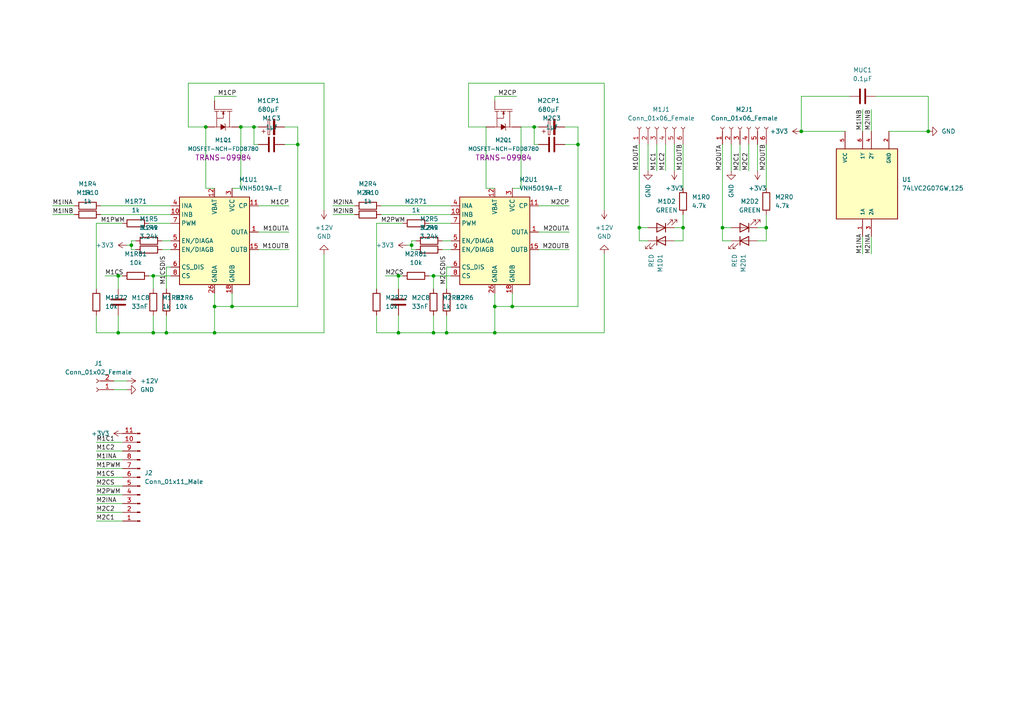
<source format=kicad_sch>
(kicad_sch (version 20211123) (generator eeschema)
  (paper "A4")
  (title_block (title "Layer 1 — Drive") (date "2022-02-02") (rev "0.2"))
  (lib_symbols
    (symbol "74LVC2G07GW_125:74LVC2G07GW,125" (pin_names (offset 1.016))
      (property "Reference" "U" (at -10.16 10.668 0))
      (property "Value" "74LVC2G07GW,125" (at -10.1854 -10.6934 0))
      (symbol "74LVC2G07GW,125_0_0"
        (rectangle (start -10.16 -7.62) (end 10.16 10.16) (stroke (width 0.254)) (fill (type background)))
        (pin input line (at -15.24 2.54 0) (length 5.08) (name "1A") (number "1"))
        (pin power_in line (at 15.24 -5.08 180) (length 5.08) (name "GND") (number "2"))
        (pin input line (at -15.24 0 0) (length 5.08) (name "2A") (number "3"))
        (pin output line (at 15.24 0 180) (length 5.08) (name "2Y") (number "4"))
        (pin power_in line (at 15.24 7.62 180) (length 5.08) (name "VCC") (number "5"))
        (pin output line (at 15.24 2.54 180) (length 5.08) (name "1Y") (number "6"))
      )
    )
    (symbol "Connector:Conn_01x02_Female" (pin_names (offset 1.016) hide)
      (property "Reference" "J" (at 0 2.54 0))
      (property "Value" "Conn_01x02_Female" (at 0 -5.08 0))
      (symbol "Conn_01x02_Female_1_1"
        (arc (start 0 -2.032) (mid -0.508 -2.54) (end 0 -3.048) (stroke (width 0.1524)))
        (polyline (pts (xy -1.27 -2.54) (xy -0.508 -2.54)) (stroke (width 0.1524)))
        (polyline (pts (xy -1.27 0) (xy -0.508 0)) (stroke (width 0.1524)))
        (arc (start 0 0.508) (mid -0.508 0) (end 0 -0.508) (stroke (width 0.1524)))
        (pin passive line (at -5.08 0 0) (length 3.81) (name "Pin_1") (number "1"))
        (pin passive line (at -5.08 -2.54 0) (length 3.81) (name "Pin_2") (number "2"))
      )
    )
    (symbol "Connector:Conn_01x06_Female" (pin_names (offset 1.016) hide)
      (property "Reference" "J" (at 0 7.62 0))
      (property "Value" "Conn_01x06_Female" (at 0 -10.16 0))
      (symbol "Conn_01x06_Female_1_1"
        (arc (start 0 -7.112) (mid -0.508 -7.62) (end 0 -8.128) (stroke (width 0.1524)))
        (arc (start 0 -4.572) (mid -0.508 -5.08) (end 0 -5.588) (stroke (width 0.1524)))
        (arc (start 0 -2.032) (mid -0.508 -2.54) (end 0 -3.048) (stroke (width 0.1524)))
        (polyline (pts (xy -1.27 -7.62) (xy -0.508 -7.62)) (stroke (width 0.1524)))
        (polyline (pts (xy -1.27 -5.08) (xy -0.508 -5.08)) (stroke (width 0.1524)))
        (polyline (pts (xy -1.27 -2.54) (xy -0.508 -2.54)) (stroke (width 0.1524)))
        (polyline (pts (xy -1.27 0) (xy -0.508 0)) (stroke (width 0.1524)))
        (polyline (pts (xy -1.27 2.54) (xy -0.508 2.54)) (stroke (width 0.1524)))
        (polyline (pts (xy -1.27 5.08) (xy -0.508 5.08)) (stroke (width 0.1524)))
        (arc (start 0 0.508) (mid -0.508 0) (end 0 -0.508) (stroke (width 0.1524)))
        (arc (start 0 3.048) (mid -0.508 2.54) (end 0 2.032) (stroke (width 0.1524)))
        (arc (start 0 5.588) (mid -0.508 5.08) (end 0 4.572) (stroke (width 0.1524)))
        (pin passive line (at -5.08 5.08 0) (length 3.81) (name "Pin_1") (number "1"))
        (pin passive line (at -5.08 2.54 0) (length 3.81) (name "Pin_2") (number "2"))
        (pin passive line (at -5.08 0 0) (length 3.81) (name "Pin_3") (number "3"))
        (pin passive line (at -5.08 -2.54 0) (length 3.81) (name "Pin_4") (number "4"))
        (pin passive line (at -5.08 -5.08 0) (length 3.81) (name "Pin_5") (number "5"))
        (pin passive line (at -5.08 -7.62 0) (length 3.81) (name "Pin_6") (number "6"))
      )
    )
    (symbol "Connector:Conn_01x11_Male" (pin_names (offset 1.016) hide)
      (property "Reference" "J" (at 0 15.24 0))
      (property "Value" "Conn_01x11_Male" (at 0 -15.24 0))
      (symbol "Conn_01x11_Male_1_1"
        (polyline (pts (xy 1.27 -12.7) (xy 0.8636 -12.7)) (stroke (width 0.1524)))
        (polyline (pts (xy 1.27 -10.16) (xy 0.8636 -10.16)) (stroke (width 0.1524)))
        (polyline (pts (xy 1.27 -7.62) (xy 0.8636 -7.62)) (stroke (width 0.1524)))
        (polyline (pts (xy 1.27 -5.08) (xy 0.8636 -5.08)) (stroke (width 0.1524)))
        (polyline (pts (xy 1.27 -2.54) (xy 0.8636 -2.54)) (stroke (width 0.1524)))
        (polyline (pts (xy 1.27 0) (xy 0.8636 0)) (stroke (width 0.1524)))
        (polyline (pts (xy 1.27 2.54) (xy 0.8636 2.54)) (stroke (width 0.1524)))
        (polyline (pts (xy 1.27 5.08) (xy 0.8636 5.08)) (stroke (width 0.1524)))
        (polyline (pts (xy 1.27 7.62) (xy 0.8636 7.62)) (stroke (width 0.1524)))
        (polyline (pts (xy 1.27 10.16) (xy 0.8636 10.16)) (stroke (width 0.1524)))
        (polyline (pts (xy 1.27 12.7) (xy 0.8636 12.7)) (stroke (width 0.1524)))
        (rectangle (start 0.8636 -12.573) (end 0 -12.827) (stroke (width 0.1524)) (fill (type outline)))
        (rectangle (start 0.8636 -10.033) (end 0 -10.287) (stroke (width 0.1524)) (fill (type outline)))
        (rectangle (start 0.8636 -7.493) (end 0 -7.747) (stroke (width 0.1524)) (fill (type outline)))
        (rectangle (start 0.8636 -4.953) (end 0 -5.207) (stroke (width 0.1524)) (fill (type outline)))
        (rectangle (start 0.8636 -2.413) (end 0 -2.667) (stroke (width 0.1524)) (fill (type outline)))
        (rectangle (start 0.8636 0.127) (end 0 -0.127) (stroke (width 0.1524)) (fill (type outline)))
        (rectangle (start 0.8636 2.667) (end 0 2.413) (stroke (width 0.1524)) (fill (type outline)))
        (rectangle (start 0.8636 5.207) (end 0 4.953) (stroke (width 0.1524)) (fill (type outline)))
        (rectangle (start 0.8636 7.747) (end 0 7.493) (stroke (width 0.1524)) (fill (type outline)))
        (rectangle (start 0.8636 10.287) (end 0 10.033) (stroke (width 0.1524)) (fill (type outline)))
        (rectangle (start 0.8636 12.827) (end 0 12.573) (stroke (width 0.1524)) (fill (type outline)))
        (pin passive line (at 5.08 12.7 180) (length 3.81) (name "Pin_1") (number "1"))
        (pin passive line (at 5.08 -10.16 180) (length 3.81) (name "Pin_10") (number "10"))
        (pin passive line (at 5.08 -12.7 180) (length 3.81) (name "Pin_11") (number "11"))
        (pin passive line (at 5.08 10.16 180) (length 3.81) (name "Pin_2") (number "2"))
        (pin passive line (at 5.08 7.62 180) (length 3.81) (name "Pin_3") (number "3"))
        (pin passive line (at 5.08 5.08 180) (length 3.81) (name "Pin_4") (number "4"))
        (pin passive line (at 5.08 2.54 180) (length 3.81) (name "Pin_5") (number "5"))
        (pin passive line (at 5.08 0 180) (length 3.81) (name "Pin_6") (number "6"))
        (pin passive line (at 5.08 -2.54 180) (length 3.81) (name "Pin_7") (number "7"))
        (pin passive line (at 5.08 -5.08 180) (length 3.81) (name "Pin_8") (number "8"))
        (pin passive line (at 5.08 -7.62 180) (length 3.81) (name "Pin_9") (number "9"))
      )
    )
    (symbol "Device:C" (pin_numbers hide) (pin_names (offset 0.254))
      (property "Reference" "C" (at 0.635 2.54 0))
      (property "Value" "C" (at 0.635 -2.54 0))
      (symbol "C_0_1"
        (polyline (pts (xy -2.032 -0.762) (xy 2.032 -0.762)) (stroke (width 0.508)))
        (polyline (pts (xy -2.032 0.762) (xy 2.032 0.762)) (stroke (width 0.508)))
      )
      (symbol "C_1_1"
        (pin passive line (at 0 3.81 270) (length 2.794) (name "~") (number "1"))
        (pin passive line (at 0 -3.81 90) (length 2.794) (name "~") (number "2"))
      )
    )
    (symbol "Device:C_Polarized" (pin_numbers hide) (pin_names (offset 0.254))
      (property "Reference" "C" (at 0.635 2.54 0))
      (property "Value" "C_Polarized" (at 0.635 -2.54 0))
      (symbol "C_Polarized_0_1"
        (rectangle (start -2.286 0.508) (end 2.286 1.016))
        (polyline (pts (xy -1.778 2.286) (xy -0.762 2.286)))
        (polyline (pts (xy -1.27 2.794) (xy -1.27 1.778)))
        (rectangle (start 2.286 -0.508) (end -2.286 -1.016) (fill (type outline)))
      )
      (symbol "C_Polarized_1_1"
        (pin passive line (at 0 3.81 270) (length 2.794) (name "~") (number "1"))
        (pin passive line (at 0 -3.81 90) (length 2.794) (name "~") (number "2"))
      )
    )
    (symbol "Device:LED" (pin_numbers hide) (pin_names (offset 1.016) hide)
      (property "Reference" "D" (at 0 2.54 0))
      (property "Value" "LED" (at 0 -2.54 0))
      (symbol "LED_0_1"
        (polyline (pts (xy -1.27 -1.27) (xy -1.27 1.27)) (stroke (width 0.254)))
        (polyline (pts (xy -1.27 0) (xy 1.27 0)))
        (polyline (pts (xy 1.27 -1.27) (xy 1.27 1.27) (xy -1.27 0) (xy 1.27 -1.27)) (stroke (width 0.254)))
        (polyline (pts (xy -3.048 -0.762) (xy -4.572 -2.286) (xy -3.81 -2.286) (xy -4.572 -2.286) (xy -4.572 -1.524)))
        (polyline (pts (xy -1.778 -0.762) (xy -3.302 -2.286) (xy -2.54 -2.286) (xy -3.302 -2.286) (xy -3.302 -1.524)))
      )
      (symbol "LED_1_1"
        (pin passive line (at -3.81 0 0) (length 2.54) (name "K") (number "1"))
        (pin passive line (at 3.81 0 180) (length 2.54) (name "A") (number "2"))
      )
    )
    (symbol "Device:R" (pin_numbers hide) (pin_names (offset 0))
      (property "Reference" "R" (at 2.032 0 90))
      (property "Value" "R" (at 0 0 90))
      (symbol "R_0_1"
        (rectangle (start -1.016 -2.54) (end 1.016 2.54) (stroke (width 0.254)))
      )
      (symbol "R_1_1"
        (pin passive line (at 0 3.81 270) (length 1.27) (name "~") (number "1"))
        (pin passive line (at 0 -3.81 90) (length 1.27) (name "~") (number "2"))
      )
    )
    (symbol "Driver_Motor:VNH5019A-E"
      (property "Reference" "U" (at -7.62 13.97 0))
      (property "Value" "VNH5019A-E" (at 12.7 13.97 0))
      (symbol "VNH5019A-E_0_1"
        (rectangle (start -10.16 12.7) (end 10.16 -12.7) (stroke (width 0.254)) (fill (type background)))
      )
      (symbol "VNH5019A-E_1_1"
        (pin output line (at 12.7 2.54 180) (length 2.54) (name "OUTA") (number "1"))
        (pin input line (at -12.7 7.62 0) (length 2.54) (name "INB") (number "10"))
        (pin output line (at 12.7 10.16 180) (length 2.54) (name "CP") (number "11"))
        (pin power_in line (at 0 15.24 270) (length 2.54) (name "VBAT") (number "12"))
        (pin passive line (at 5.08 15.24 270) (length 2.54) hide (name "VCC") (number "13"))
        (pin no_connect line (at 10.16 -10.16 180) (length 2.54) hide (name "NC") (number "14"))
        (pin output line (at 12.7 -2.54 180) (length 2.54) (name "OUTB") (number "15"))
        (pin passive line (at 12.7 -2.54 180) (length 2.54) hide (name "OUTB") (number "16"))
        (pin no_connect line (at 10.16 -5.08 180) (length 2.54) hide (name "NC") (number "17"))
        (pin power_in line (at 5.08 -15.24 90) (length 2.54) (name "GNDB") (number "18"))
        (pin passive line (at 5.08 -15.24 90) (length 2.54) hide (name "GNDB") (number "19"))
        (pin no_connect line (at 10.16 -7.62 180) (length 2.54) hide (name "NC") (number "2"))
        (pin passive line (at 5.08 -15.24 90) (length 2.54) hide (name "GNDB") (number "20"))
        (pin passive line (at 12.7 -2.54 180) (length 2.54) hide (name "OUTB") (number "21"))
        (pin no_connect line (at 10.16 0 180) (length 2.54) hide (name "NC") (number "22"))
        (pin passive line (at 5.08 15.24 270) (length 2.54) hide (name "VCC") (number "23"))
        (pin no_connect line (at 10.16 5.08 180) (length 2.54) hide (name "NC") (number "24"))
        (pin passive line (at 12.7 2.54 180) (length 2.54) hide (name "OUTA") (number "25"))
        (pin power_in line (at 0 -15.24 90) (length 2.54) (name "GNDA") (number "26"))
        (pin passive line (at 0 -15.24 90) (length 2.54) hide (name "GNDA") (number "27"))
        (pin passive line (at 0 -15.24 90) (length 2.54) hide (name "GNDA") (number "28"))
        (pin no_connect line (at 10.16 7.62 180) (length 2.54) hide (name "NC") (number "29"))
        (pin power_in line (at 5.08 15.24 270) (length 2.54) (name "VCC") (number "3"))
        (pin passive line (at 12.7 2.54 180) (length 2.54) hide (name "OUTA") (number "30"))
        (pin passive line (at 5.08 15.24 270) (length 2.54) hide (name "VCC") (number "31"))
        (pin passive line (at 12.7 -2.54 180) (length 2.54) hide (name "OUTB") (number "32"))
        (pin passive line (at 12.7 2.54 180) (length 2.54) hide (name "OUTA") (number "33"))
        (pin input line (at -12.7 10.16 0) (length 2.54) (name "INA") (number "4"))
        (pin open_collector line (at -12.7 0 0) (length 2.54) (name "EN/DIAGA") (number "5"))
        (pin input line (at -12.7 -7.62 0) (length 2.54) (name "CS_DIS") (number "6"))
        (pin input line (at -12.7 5.08 0) (length 2.54) (name "PWM") (number "7"))
        (pin output line (at -12.7 -10.16 0) (length 2.54) (name "CS") (number "8"))
        (pin open_collector line (at -12.7 -2.54 0) (length 2.54) (name "EN/DIAGB") (number "9"))
      )
    )
    (symbol "SparkFun-DiscreteSemi:MOSFET-NCH-FDD8780" (pin_numbers hide) (pin_names (offset 1.016) hide)
      (property "Reference" "Q" (at 3.81 3.81 0))
      (property "Value" "MOSFET-NCH-FDD8780" (at 3.81 -5.08 0))
      (property "Field4" "TRANS-09984" (at 0 8.89 0))
      (symbol "MOSFET-NCH-FDD8780_1_0"
        (polyline (pts (xy -2.54 -2.54) (xy -2.54 2.54)))
        (polyline (pts (xy -1.9812 -1.905) (xy -1.9812 -2.54)))
        (polyline (pts (xy -1.9812 -1.905) (xy 0 -1.905)))
        (polyline (pts (xy -1.9812 -1.2954) (xy -1.9812 -1.905)))
        (polyline (pts (xy -1.9812 0.6858) (xy -1.9812 -0.8382)))
        (polyline (pts (xy -1.9812 1.8034) (xy -1.9812 1.0922)))
        (polyline (pts (xy -1.9812 1.8034) (xy 2.54 1.8034)))
        (polyline (pts (xy -1.9812 2.54) (xy -1.9812 1.8034)))
        (polyline (pts (xy 0 -1.905) (xy 0 0)))
        (polyline (pts (xy 0 0) (xy -1.2192 0)))
        (polyline (pts (xy 1.6002 0.381) (xy 1.778 0.5588)))
        (polyline (pts (xy 2.54 -2.54) (xy 2.54 -1.905)))
        (polyline (pts (xy 2.54 -1.905) (xy 0 -1.905)))
        (polyline (pts (xy 2.54 -0.7112) (xy 2.54 -1.905)))
        (polyline (pts (xy 2.54 0.5588) (xy 1.778 0.5588)))
        (polyline (pts (xy 2.54 0.5588) (xy 3.302 0.5588)))
        (polyline (pts (xy 2.54 1.8034) (xy 2.54 0.5588)))
        (polyline (pts (xy 2.54 2.54) (xy 2.54 1.8034)))
        (polyline (pts (xy 3.302 0.5588) (xy 3.4798 0.7366)))
      )
      (symbol "MOSFET-NCH-FDD8780_1_1"
        (polyline (pts (xy -1.9812 0) (xy -1.2192 0.254) (xy -1.2192 0.254) (xy -1.2192 -0.254) (xy -1.2192 -0.254) (xy -1.9812 0)) (fill (type outline)))
        (polyline (pts (xy 1.778 -0.7112) (xy 2.54 0.5588) (xy 2.54 0.5588) (xy 3.302 -0.7112) (xy 3.302 -0.7112) (xy 1.778 -0.7112)) (fill (type outline)))
        (pin bidirectional line (at -5.08 -2.54 0) (length 2.54) (name "G") (number "1"))
        (pin bidirectional line (at 2.54 -5.08 90) (length 2.54) (name "S") (number "3"))
        (pin bidirectional line (at 2.54 5.08 270) (length 2.54) (name "D") (number "4"))
      )
    )
    (symbol "power:+12V" (power) (pin_names (offset 0))
      (property "Value" "+12V" (at 0 3.556 0))
      (symbol "+12V_0_1"
        (polyline (pts (xy -0.762 1.27) (xy 0 2.54)))
        (polyline (pts (xy 0 0) (xy 0 2.54)))
        (polyline (pts (xy 0 2.54) (xy 0.762 1.27)))
      )
      (symbol "+12V_1_1"
        (pin power_in line (at 0 0 90) (length 0) hide (name "+12V") (number "1"))
      )
    )
    (symbol "power:+3.3V" (power) (pin_names (offset 0))
      (property "Value" "+3.3V" (at 0 3.556 0))
      (symbol "+3.3V_0_1"
        (polyline (pts (xy -0.762 1.27) (xy 0 2.54)))
        (polyline (pts (xy 0 0) (xy 0 2.54)))
        (polyline (pts (xy 0 2.54) (xy 0.762 1.27)))
      )
      (symbol "+3.3V_1_1"
        (pin power_in line (at 0 0 90) (length 0) hide (name "+3V3") (number "1"))
      )
    )
    (symbol "power:+3V3" (power) (pin_names (offset 0))
      (property "Value" "+3V3" (at 0 3.556 0))
      (symbol "+3V3_0_1"
        (polyline (pts (xy -0.762 1.27) (xy 0 2.54)))
        (polyline (pts (xy 0 0) (xy 0 2.54)))
        (polyline (pts (xy 0 2.54) (xy 0.762 1.27)))
      )
      (symbol "+3V3_1_1"
        (pin power_in line (at 0 0 90) (length 0) hide (name "+3V3") (number "1"))
      )
    )
    (symbol "power:GND" (power) (pin_names (offset 0))
      (property "Value" "GND" (at 0 -3.81 0))
      (symbol "GND_0_1"
        (polyline (pts (xy 0 0) (xy 0 -1.27) (xy 1.27 -1.27) (xy 0 -2.54) (xy -1.27 -1.27) (xy 0 -1.27)))
      )
      (symbol "GND_1_1"
        (pin power_in line (at 0 0 270) (length 0) hide (name "GND") (number "1"))
      )
    )
  )
  (junction (at 198.12 66.04))
  (junction (at 167.64 41.91))
  (junction (at 269.24 38.1))
  (junction (at 62.23 88.9))
  (junction (at 59.69 36.83))
  (junction (at 44.45 96.52))
  (junction (at 119.38 71.12))
  (junction (at 44.45 80.01))
  (junction (at 38.1 71.12))
  (junction (at 185.42 66.04))
  (junction (at 154.94 36.83))
  (junction (at 115.57 96.52))
  (junction (at 143.51 88.9))
  (junction (at 62.23 96.52))
  (junction (at 69.85 36.83))
  (junction (at 232.41 38.1))
  (junction (at 86.36 41.91))
  (junction (at 34.29 80.01))
  (junction (at 125.73 80.01))
  (junction (at 73.66 36.83))
  (junction (at 209.55 66.04))
  (junction (at 34.29 96.52))
  (junction (at 129.54 96.52))
  (junction (at 143.51 96.52))
  (junction (at 115.57 80.01))
  (junction (at 222.25 66.04))
  (junction (at 125.73 96.52))
  (junction (at 48.26 96.52))
  (junction (at 148.59 88.9))
  (junction (at 67.31 88.9))
  (wire (pts (xy 219.71 69.85) (xy 222.25 69.85)))
  (wire (pts (xy 15.24 59.69) (xy 21.59 59.69)))
  (wire (pts (xy 54.61 24.13) (xy 54.61 36.83)))
  (wire (pts (xy 38.1 71.12) (xy 38.1 72.39)))
  (wire (pts (xy 27.94 140.97) (xy 35.56 140.97)))
  (wire (pts (xy 115.57 96.52) (xy 125.73 96.52)))
  (wire (pts (xy 43.18 64.77) (xy 49.53 64.77)))
  (wire (pts (xy 111.76 80.01) (xy 115.57 80.01)))
  (wire (pts (xy 109.22 64.77) (xy 109.22 83.82)))
  (wire (pts (xy 190.5 41.91) (xy 190.5 49.53)))
  (wire (pts (xy 68.58 27.94) (xy 62.23 27.94)))
  (wire (pts (xy 156.21 59.69) (xy 165.1 59.69)))
  (wire (pts (xy 38.1 71.12) (xy 38.1 69.85)))
  (wire (pts (xy 209.55 66.04) (xy 209.55 41.91)))
  (wire (pts (xy 143.51 96.52) (xy 175.26 96.52)))
  (wire (pts (xy 119.38 72.39) (xy 120.65 72.39)))
  (wire (pts (xy 67.31 54.61) (xy 69.85 54.61)))
  (wire (pts (xy 129.54 91.44) (xy 129.54 96.52)))
  (wire (pts (xy 59.69 36.83) (xy 59.69 54.61)))
  (wire (pts (xy 96.52 59.69) (xy 102.87 59.69)))
  (wire (pts (xy 44.45 96.52) (xy 48.26 96.52)))
  (wire (pts (xy 167.64 36.83) (xy 167.64 41.91)))
  (wire (pts (xy 109.22 91.44) (xy 109.22 96.52)))
  (wire (pts (xy 185.42 66.04) (xy 187.96 66.04)))
  (wire (pts (xy 250.19 73.66) (xy 250.19 68.58)))
  (wire (pts (xy 33.02 110.49) (xy 36.83 110.49)))
  (wire (pts (xy 74.93 67.31) (xy 83.82 67.31)))
  (wire (pts (xy 67.31 85.09) (xy 67.31 88.9)))
  (wire (pts (xy 154.94 36.83) (xy 156.21 36.83)))
  (wire (pts (xy 36.83 71.12) (xy 38.1 71.12)))
  (wire (pts (xy 195.58 49.53) (xy 195.58 41.91)))
  (wire (pts (xy 124.46 64.77) (xy 130.81 64.77)))
  (wire (pts (xy 38.1 69.85) (xy 39.37 69.85)))
  (wire (pts (xy 128.27 72.39) (xy 130.81 72.39)))
  (wire (pts (xy 148.59 88.9) (xy 167.64 88.9)))
  (wire (pts (xy 115.57 80.01) (xy 116.84 80.01)))
  (wire (pts (xy 214.63 41.91) (xy 214.63 49.53)))
  (wire (pts (xy 27.94 64.77) (xy 35.56 64.77)))
  (wire (pts (xy 69.85 36.83) (xy 69.85 54.61)))
  (wire (pts (xy 73.66 41.91) (xy 74.93 41.91)))
  (wire (pts (xy 96.52 62.23) (xy 102.87 62.23)))
  (wire (pts (xy 167.64 41.91) (xy 163.83 41.91)))
  (wire (pts (xy 185.42 69.85) (xy 185.42 66.04)))
  (wire (pts (xy 154.94 41.91) (xy 156.21 41.91)))
  (wire (pts (xy 34.29 80.01) (xy 35.56 80.01)))
  (wire (pts (xy 154.94 36.83) (xy 154.94 41.91)))
  (wire (pts (xy 219.71 49.53) (xy 219.71 41.91)))
  (wire (pts (xy 110.49 62.23) (xy 130.81 62.23)))
  (wire (pts (xy 27.94 91.44) (xy 27.94 96.52)))
  (wire (pts (xy 29.21 62.23) (xy 49.53 62.23)))
  (wire (pts (xy 143.51 88.9) (xy 148.59 88.9)))
  (wire (pts (xy 257.81 38.1) (xy 269.24 38.1)))
  (wire (pts (xy 115.57 91.44) (xy 115.57 96.52)))
  (wire (pts (xy 67.31 88.9) (xy 86.36 88.9)))
  (wire (pts (xy 27.94 96.52) (xy 34.29 96.52)))
  (wire (pts (xy 128.27 69.85) (xy 130.81 69.85)))
  (wire (pts (xy 212.09 49.53) (xy 212.09 41.91)))
  (wire (pts (xy 109.22 96.52) (xy 115.57 96.52)))
  (wire (pts (xy 135.89 24.13) (xy 135.89 36.83)))
  (wire (pts (xy 219.71 66.04) (xy 222.25 66.04)))
  (wire (pts (xy 29.21 59.69) (xy 49.53 59.69)))
  (wire (pts (xy 86.36 36.83) (xy 86.36 41.91)))
  (wire (pts (xy 175.26 24.13) (xy 175.26 60.96)))
  (wire (pts (xy 27.94 133.35) (xy 35.56 133.35)))
  (wire (pts (xy 163.83 36.83) (xy 167.64 36.83)))
  (wire (pts (xy 125.73 91.44) (xy 125.73 96.52)))
  (wire (pts (xy 149.86 27.94) (xy 143.51 27.94)))
  (wire (pts (xy 125.73 96.52) (xy 129.54 96.52)))
  (wire (pts (xy 222.25 66.04) (xy 222.25 62.23)))
  (wire (pts (xy 167.64 88.9) (xy 167.64 41.91)))
  (wire (pts (xy 124.46 80.01) (xy 125.73 80.01)))
  (wire (pts (xy 82.55 36.83) (xy 86.36 36.83)))
  (wire (pts (xy 27.94 130.81) (xy 35.56 130.81)))
  (wire (pts (xy 143.51 88.9) (xy 143.51 96.52)))
  (wire (pts (xy 119.38 71.12) (xy 119.38 72.39)))
  (wire (pts (xy 34.29 96.52) (xy 44.45 96.52)))
  (wire (pts (xy 38.1 72.39) (xy 39.37 72.39)))
  (wire (pts (xy 135.89 36.83) (xy 140.97 36.83)))
  (wire (pts (xy 222.25 54.61) (xy 222.25 41.91)))
  (wire (pts (xy 86.36 88.9) (xy 86.36 41.91)))
  (wire (pts (xy 209.55 66.04) (xy 212.09 66.04)))
  (wire (pts (xy 195.58 69.85) (xy 198.12 69.85)))
  (wire (pts (xy 62.23 54.61) (xy 59.69 54.61)))
  (wire (pts (xy 129.54 96.52) (xy 143.51 96.52)))
  (wire (pts (xy 185.42 66.04) (xy 185.42 41.91)))
  (wire (pts (xy 33.02 113.03) (xy 36.83 113.03)))
  (wire (pts (xy 62.23 85.09) (xy 62.23 88.9)))
  (wire (pts (xy 48.26 96.52) (xy 62.23 96.52)))
  (wire (pts (xy 148.59 54.61) (xy 151.13 54.61)))
  (wire (pts (xy 187.96 69.85) (xy 185.42 69.85)))
  (wire (pts (xy 254 27.94) (xy 269.24 27.94)))
  (wire (pts (xy 130.81 77.47) (xy 129.54 77.47)))
  (wire (pts (xy 44.45 80.01) (xy 49.53 80.01)))
  (wire (pts (xy 250.19 38.1) (xy 250.19 31.75)))
  (wire (pts (xy 193.04 41.91) (xy 193.04 49.53)))
  (wire (pts (xy 74.93 59.69) (xy 83.82 59.69)))
  (wire (pts (xy 27.94 151.13) (xy 35.56 151.13)))
  (wire (pts (xy 93.98 24.13) (xy 93.98 60.96)))
  (wire (pts (xy 86.36 41.91) (xy 82.55 41.91)))
  (wire (pts (xy 27.94 146.05) (xy 35.56 146.05)))
  (wire (pts (xy 62.23 88.9) (xy 62.23 96.52)))
  (wire (pts (xy 109.22 64.77) (xy 116.84 64.77)))
  (wire (pts (xy 69.85 36.83) (xy 73.66 36.83)))
  (wire (pts (xy 54.61 24.13) (xy 93.98 24.13)))
  (wire (pts (xy 34.29 91.44) (xy 34.29 96.52)))
  (wire (pts (xy 148.59 85.09) (xy 148.59 88.9)))
  (wire (pts (xy 175.26 73.66) (xy 175.26 96.52)))
  (wire (pts (xy 143.51 85.09) (xy 143.51 88.9)))
  (wire (pts (xy 43.18 80.01) (xy 44.45 80.01)))
  (wire (pts (xy 73.66 36.83) (xy 73.66 41.91)))
  (wire (pts (xy 27.94 138.43) (xy 35.56 138.43)))
  (wire (pts (xy 151.13 36.83) (xy 154.94 36.83)))
  (wire (pts (xy 27.94 64.77) (xy 27.94 83.82)))
  (wire (pts (xy 118.11 71.12) (xy 119.38 71.12)))
  (wire (pts (xy 44.45 80.01) (xy 44.45 83.82)))
  (wire (pts (xy 135.89 24.13) (xy 175.26 24.13)))
  (wire (pts (xy 73.66 36.83) (xy 74.93 36.83)))
  (wire (pts (xy 62.23 88.9) (xy 67.31 88.9)))
  (wire (pts (xy 129.54 77.47) (xy 129.54 83.82)))
  (wire (pts (xy 125.73 80.01) (xy 125.73 83.82)))
  (wire (pts (xy 156.21 67.31) (xy 165.1 67.31)))
  (wire (pts (xy 27.94 148.59) (xy 35.56 148.59)))
  (wire (pts (xy 140.97 36.83) (xy 140.97 54.61)))
  (wire (pts (xy 119.38 69.85) (xy 120.65 69.85)))
  (wire (pts (xy 27.94 128.27) (xy 35.56 128.27)))
  (wire (pts (xy 119.38 71.12) (xy 119.38 69.85)))
  (wire (pts (xy 125.73 80.01) (xy 130.81 80.01)))
  (wire (pts (xy 93.98 73.66) (xy 93.98 96.52)))
  (wire (pts (xy 27.94 135.89) (xy 35.56 135.89)))
  (wire (pts (xy 110.49 59.69) (xy 130.81 59.69)))
  (wire (pts (xy 156.21 72.39) (xy 165.1 72.39)))
  (wire (pts (xy 187.96 49.53) (xy 187.96 41.91)))
  (wire (pts (xy 195.58 66.04) (xy 198.12 66.04)))
  (wire (pts (xy 34.29 80.01) (xy 34.29 83.82)))
  (wire (pts (xy 198.12 66.04) (xy 198.12 62.23)))
  (wire (pts (xy 74.93 72.39) (xy 83.82 72.39)))
  (wire (pts (xy 30.48 80.01) (xy 34.29 80.01)))
  (wire (pts (xy 222.25 69.85) (xy 222.25 66.04)))
  (wire (pts (xy 252.73 38.1) (xy 252.73 31.75)))
  (wire (pts (xy 198.12 54.61) (xy 198.12 41.91)))
  (wire (pts (xy 115.57 80.01) (xy 115.57 83.82)))
  (wire (pts (xy 48.26 77.47) (xy 48.26 83.82)))
  (wire (pts (xy 27.94 143.51) (xy 35.56 143.51)))
  (wire (pts (xy 209.55 69.85) (xy 209.55 66.04)))
  (wire (pts (xy 232.41 27.94) (xy 232.41 38.1)))
  (wire (pts (xy 62.23 96.52) (xy 93.98 96.52)))
  (wire (pts (xy 143.51 27.94) (xy 143.51 29.21)))
  (wire (pts (xy 252.73 73.66) (xy 252.73 68.58)))
  (wire (pts (xy 232.41 38.1) (xy 245.11 38.1)))
  (wire (pts (xy 49.53 77.47) (xy 48.26 77.47)))
  (wire (pts (xy 269.24 27.94) (xy 269.24 38.1)))
  (wire (pts (xy 151.13 36.83) (xy 151.13 54.61)))
  (wire (pts (xy 143.51 54.61) (xy 140.97 54.61)))
  (wire (pts (xy 15.24 62.23) (xy 21.59 62.23)))
  (wire (pts (xy 246.38 27.94) (xy 232.41 27.94)))
  (wire (pts (xy 62.23 27.94) (xy 62.23 29.21)))
  (wire (pts (xy 46.99 72.39) (xy 49.53 72.39)))
  (wire (pts (xy 217.17 41.91) (xy 217.17 49.53)))
  (wire (pts (xy 212.09 69.85) (xy 209.55 69.85)))
  (wire (pts (xy 46.99 69.85) (xy 49.53 69.85)))
  (wire (pts (xy 48.26 91.44) (xy 48.26 96.52)))
  (wire (pts (xy 198.12 69.85) (xy 198.12 66.04)))
  (wire (pts (xy 44.45 91.44) (xy 44.45 96.52)))
  (wire (pts (xy 54.61 36.83) (xy 59.69 36.83)))
  (label "M2CSDIS" (at 129.54 82.55 90))
  (label "M2INB" (at 96.52 62.23 0))
  (label "M2C1" (at 214.63 49.53 90))
  (label "M2OUTA" (at 165.1 67.31 180))
  (label "M2PWM" (at 27.94 143.51 0))
  (label "M1CP" (at 83.82 59.69 180))
  (label "M2PWM" (at 110.49 64.77 0))
  (label "M1OUTB" (at 198.12 49.53 90))
  (label "M2INA" (at 252.73 73.66 90))
  (label "M1C2" (at 193.04 49.53 90))
  (label "M2CS" (at 27.94 140.97 0))
  (label "M1CSDIS" (at 48.26 82.55 90))
  (label "M2C2" (at 217.17 49.53 90))
  (label "M2OUTB" (at 222.25 49.53 90))
  (label "M1INB" (at 250.19 31.75 270))
  (label "M2C1" (at 27.94 151.13 0))
  (label "M2CS" (at 111.76 80.01 0))
  (label "M1INB" (at 15.24 62.23 0))
  (label "M1CP" (at 68.58 27.94 180))
  (label "M1C1" (at 190.5 49.53 90))
  (label "M1INA" (at 250.19 73.66 90))
  (label "M1OUTA" (at 83.82 67.31 180))
  (label "M2CP" (at 149.86 27.94 180))
  (label "M1OUTB" (at 83.82 72.39 180))
  (label "M2INA" (at 27.94 146.05 0))
  (label "M2C2" (at 27.94 148.59 0))
  (label "M1INA" (at 15.24 59.69 0))
  (label "M1PWM" (at 27.94 135.89 0))
  (label "M1OUTA" (at 185.42 49.53 90))
  (label "M1C1" (at 27.94 128.27 0))
  (label "M2OUTB" (at 165.1 72.39 180))
  (label "M2OUTA" (at 209.55 49.53 90))
  (label "M1PWM" (at 29.21 64.77 0))
  (label "M2CP" (at 165.1 59.69 180))
  (label "M2INB" (at 252.73 31.75 270))
  (label "M1INA" (at 27.94 133.35 0))
  (label "M1CS" (at 27.94 138.43 0))
  (label "M1C2" (at 27.94 130.81 0))
  (label "M2INA" (at 96.52 59.69 0))
  (label "M1CS" (at 30.48 80.01 0))
  (symbol (lib_id "74LVC2G07GW_125:74LVC2G07GW,125") (at 252.73 53.34 90) (unit 1)
    (property "Reference" "U1" (at 261.62 52.0699 90) (effects (justify right)))
    (property "Value" "74LVC2G07GW,125" (at 261.62 54.6099 90) (effects (justify right)))
    (property "Footprint" "74LVC2G07GW_125:SOP65P210X110-6N" (effects hide))
    (property "MANUFACTURER" "NXP Semiconductors" (effects hide))
  )
  (symbol (lib_id "Device:R") (at 222.25 58.42 180) (unit 1)
    (property "Reference" "M2R0" (at 224.79 57.1499 0) (effects (justify right)))
    (property "Value" "4.7k" (at 224.79 59.6899 0) (effects (justify right)))
    (property "Footprint" "Resistor_SMD:R_0603_1608Metric" (effects hide))
  )
  (symbol (lib_id "power:+12V") (at 36.83 110.49 270) (unit 1)
    (property "Reference" "#PWR0103" (effects hide))
    (property "Value" "+12V" (at 40.64 110.4899 90) (effects (justify left)))
  )
  (symbol (lib_id "Device:R") (at 124.46 69.85 90) (unit 1)
    (property "Reference" "M2R5" (at 124.46 63.5 90))
    (property "Value" "3.24k" (at 124.46 66.04 90))
    (property "Footprint" "Resistor_SMD:R_0603_1608Metric" (effects hide))
  )
  (symbol (lib_id "Device:R") (at 43.18 72.39 90) (unit 1)
    (property "Reference" "M1R9" (at 43.18 66.04 90))
    (property "Value" "3.24k" (at 43.18 68.58 90))
    (property "Footprint" "Resistor_SMD:R_0603_1608Metric" (effects hide))
  )
  (symbol (lib_id "SparkFun-DiscreteSemi:MOSFET-NCH-FDD8780") (at 146.05 34.29 270) (unit 1)
    (property "Reference" "M2Q1" (at 146.05 40.64 90) (effects (font (size 1.143 1.143))))
    (property "Value" "MOSFET-NCH-FDD8780" (at 146.05 43.18 90) (effects (font (size 1.143 1.143))))
    (property "Footprint" "Silicon-Standard:DPAK" (effects hide))
    (property "Field4" "TRANS-09984" (at 146.05 45.72 90) (effects (font (size 1.524 1.524))))
  )
  (symbol (lib_id "Device:R") (at 106.68 62.23 90) (unit 1)
    (property "Reference" "M2R10" (at 106.68 55.88 90))
    (property "Value" "1k" (at 106.68 58.42 90))
    (property "Footprint" "Resistor_SMD:R_0603_1608Metric" (effects hide))
  )
  (symbol (lib_id "power:+3.3V") (at 36.83 71.12 90) (unit 1)
    (property "Reference" "#PWR0129" (effects hide))
    (property "Value" "+3.3V" (at 33.02 71.1199 90) (effects (justify left)))
  )
  (symbol (lib_id "Device:LED") (at 215.9 69.85 0) (unit 1)
    (property "Reference" "M2D1" (at 215.5826 73.66 90) (effects (justify right)))
    (property "Value" "RED" (at 213.0426 73.66 90) (effects (justify right)))
    (property "Footprint" "LED:LED-0603" (effects hide))
  )
  (symbol (lib_id "Device:C") (at 78.74 41.91 90) (unit 1)
    (property "Reference" "M1C3" (at 78.74 34.29 90))
    (property "Value" "1µf" (at 78.74 36.83 90))
    (property "Footprint" "Capacitor_SMD:C_0603_1608Metric" (effects hide))
  )
  (symbol (lib_id "Device:C") (at 34.29 87.63 0) (unit 1)
    (property "Reference" "M1C8" (at 38.1 86.3599 0) (effects (justify left)))
    (property "Value" "33nF" (at 38.1 88.8999 0) (effects (justify left)))
    (property "Footprint" "Capacitor_SMD:C_0603_1608Metric" (effects hide))
  )
  (symbol (lib_id "Connector:Conn_01x11_Male") (at 40.64 138.43 180) (unit 1)
    (property "Reference" "J2" (at 41.91 137.1599 0) (effects (justify right)))
    (property "Value" "Conn_01x11_Male" (at 41.91 139.6999 0) (effects (justify right)))
    (property "Footprint" "Connector_PinHeader_2.54mm:PinHeader_1x11_P2.54mm_Vertical" (effects hide))
  )
  (symbol (lib_id "Device:R") (at 125.73 87.63 0) (unit 1)
    (property "Reference" "M2R82" (at 128.27 86.3599 0) (effects (justify left)))
    (property "Value" "1k" (at 128.27 88.8999 0) (effects (justify left)))
    (property "Footprint" "Resistor_SMD:R_0603_1608Metric" (effects hide))
  )
  (symbol (lib_id "Driver_Motor:VNH5019A-E") (at 143.51 69.85 0) (unit 1)
    (property "Reference" "M2U1" (at 150.6094 52.07 0) (effects (justify left)))
    (property "Value" "VNH5019A-E" (at 150.6094 54.61 0) (effects (justify left)))
    (property "Footprint" "Package_SO:ST_MultiPowerSO-30" (effects hide))
    (property "Datasheet" "https://www.st.com/resource/en/datasheet/vnh5019a-e.pdf" (effects hide))
  )
  (symbol (lib_id "Device:C_Polarized") (at 160.02 36.83 90) (unit 1)
    (property "Reference" "M2CP1" (at 159.131 29.21 90))
    (property "Value" "680µF" (at 159.131 31.75 90))
    (property "Footprint" "Capacitor_THT:CP_Radial_D8.0mm_P3.50mm" (effects hide))
  )
  (symbol (lib_id "Connector:Conn_01x06_Female") (at 190.5 36.83 90) (unit 1)
    (property "Reference" "M1J1" (at 191.77 31.75 90))
    (property "Value" "Conn_01x06_Female" (at 191.77 34.29 90))
    (property "Footprint" "Connector_JST:JST_PH_B6B-PH-SM4-TB_1x06-1MP_P2.00mm_Vertical" (effects hide))
  )
  (symbol (lib_id "Connector:Conn_01x06_Female") (at 214.63 36.83 90) (unit 1)
    (property "Reference" "M2J1" (at 215.9 31.75 90))
    (property "Value" "Conn_01x06_Female" (at 215.9 34.29 90))
    (property "Footprint" "Connector_JST:JST_PH_B6B-PH-SM4-TB_1x06-1MP_P2.00mm_Vertical" (effects hide))
  )
  (symbol (lib_id "Device:R") (at 198.12 58.42 180) (unit 1)
    (property "Reference" "M1R0" (at 200.66 57.1499 0) (effects (justify right)))
    (property "Value" "4.7k" (at 200.66 59.6899 0) (effects (justify right)))
    (property "Footprint" "Resistor_SMD:R_0603_1608Metric" (effects hide))
  )
  (symbol (lib_id "SparkFun-DiscreteSemi:MOSFET-NCH-FDD8780") (at 64.77 34.29 270) (unit 1)
    (property "Reference" "M1Q1" (at 64.77 40.64 90) (effects (font (size 1.143 1.143))))
    (property "Value" "MOSFET-NCH-FDD8780" (at 64.77 43.18 90) (effects (font (size 1.143 1.143))))
    (property "Footprint" "Silicon-Standard:DPAK" (effects hide))
    (property "Field4" "TRANS-09984" (at 64.77 45.72 90) (effects (font (size 1.524 1.524))))
  )
  (symbol (lib_id "Device:C") (at 250.19 27.94 270) (unit 1)
    (property "Reference" "MUC1" (at 250.19 20.32 90))
    (property "Value" "0.1µF" (at 250.19 22.86 90))
    (property "Footprint" "Capacitor_SMD:C_0603_1608Metric" (effects hide))
  )
  (symbol (lib_id "power:GND") (at 269.24 38.1 90) (unit 1)
    (property "Reference" "#PWR0116" (effects hide))
    (property "Value" "GND" (at 273.05 38.0999 90) (effects (justify right)))
  )
  (symbol (lib_id "Device:C_Polarized") (at 78.74 36.83 90) (unit 1)
    (property "Reference" "M1CP1" (at 77.851 29.21 90))
    (property "Value" "680µF" (at 77.851 31.75 90))
    (property "Footprint" "Capacitor_THT:CP_Radial_D8.0mm_P3.50mm" (effects hide))
  )
  (symbol (lib_id "power:+3.3V") (at 118.11 71.12 90) (unit 1)
    (property "Reference" "#PWR0130" (effects hide))
    (property "Value" "+3.3V" (at 114.3 71.1199 90) (effects (justify left)))
  )
  (symbol (lib_id "power:GND") (at 212.09 49.53 0) (unit 1)
    (property "Reference" "#PWR0109" (effects hide))
    (property "Value" "GND" (at 212.0901 53.34 90) (effects (justify right)))
  )
  (symbol (lib_id "power:+3V3") (at 232.41 38.1 90) (unit 1)
    (property "Reference" "#PWR0117" (effects hide))
    (property "Value" "+3V3" (at 228.6 38.0999 90) (effects (justify left)))
  )
  (symbol (lib_id "Device:R") (at 129.54 87.63 0) (unit 1)
    (property "Reference" "M2R6" (at 132.08 86.3599 0) (effects (justify left)))
    (property "Value" "10k" (at 132.08 88.8999 0) (effects (justify left)))
    (property "Footprint" "Resistor_SMD:R_0603_1608Metric" (effects hide))
  )
  (symbol (lib_id "Device:LED") (at 191.77 66.04 180) (unit 1)
    (property "Reference" "M1D2" (at 193.3575 58.42 0))
    (property "Value" "GREEN" (at 193.3575 60.96 0))
    (property "Footprint" "LED:LED-0603" (effects hide))
  )
  (symbol (lib_id "Device:LED") (at 215.9 66.04 180) (unit 1)
    (property "Reference" "M2D2" (at 217.4875 58.42 0))
    (property "Value" "GREEN" (at 217.4875 60.96 0))
    (property "Footprint" "LED:LED-0603" (effects hide))
  )
  (symbol (lib_id "Device:R") (at 48.26 87.63 0) (unit 1)
    (property "Reference" "M1R6" (at 50.8 86.3599 0) (effects (justify left)))
    (property "Value" "10k" (at 50.8 88.8999 0) (effects (justify left)))
    (property "Footprint" "Resistor_SMD:R_0603_1608Metric" (effects hide))
  )
  (symbol (lib_id "Device:R") (at 27.94 87.63 0) (unit 1)
    (property "Reference" "M1R72" (at 30.48 86.3599 0) (effects (justify left)))
    (property "Value" "10k" (at 30.48 88.8999 0) (effects (justify left)))
    (property "Footprint" "Resistor_SMD:R_0603_1608Metric" (effects hide))
  )
  (symbol (lib_id "power:GND") (at 93.98 73.66 180) (unit 1)
    (property "Reference" "#PWR0102" (effects hide))
    (property "Value" "GND" (at 93.98 68.58 0))
  )
  (symbol (lib_id "Driver_Motor:VNH5019A-E") (at 62.23 69.85 0) (unit 1)
    (property "Reference" "M1U1" (at 69.3294 52.07 0) (effects (justify left)))
    (property "Value" "VNH5019A-E" (at 69.3294 54.61 0) (effects (justify left)))
    (property "Footprint" "Package_SO:ST_MultiPowerSO-30" (effects hide))
    (property "Datasheet" "https://www.st.com/resource/en/datasheet/vnh5019a-e.pdf" (effects hide))
  )
  (symbol (lib_id "Device:R") (at 25.4 59.69 90) (unit 1)
    (property "Reference" "M1R4" (at 25.4 53.34 90))
    (property "Value" "1k" (at 25.4 55.88 90))
    (property "Footprint" "Resistor_SMD:R_0603_1608Metric" (effects hide))
  )
  (symbol (lib_id "power:GND") (at 36.83 113.03 90) (unit 1)
    (property "Reference" "#PWR0104" (effects hide))
    (property "Value" "GND" (at 40.64 113.0299 90) (effects (justify right)))
  )
  (symbol (lib_id "power:+12V") (at 93.98 60.96 180) (unit 1)
    (property "Reference" "#PWR0101" (effects hide))
    (property "Value" "+12V" (at 93.98 66.04 0))
  )
  (symbol (lib_id "power:+3V3") (at 219.71 49.53 180) (unit 1)
    (property "Reference" "#PWR0108" (effects hide))
    (property "Value" "+3V3" (at 219.71 54.61 0))
  )
  (symbol (lib_id "Device:R") (at 124.46 72.39 90) (unit 1)
    (property "Reference" "M2R9" (at 124.46 66.04 90))
    (property "Value" "3.24k" (at 124.46 68.58 90))
    (property "Footprint" "Resistor_SMD:R_0603_1608Metric" (effects hide))
  )
  (symbol (lib_id "Device:LED") (at 191.77 69.85 0) (unit 1)
    (property "Reference" "M1D1" (at 191.4526 73.66 90) (effects (justify right)))
    (property "Value" "RED" (at 188.9126 73.66 90) (effects (justify right)))
    (property "Footprint" "LED:LED-0603" (effects hide))
  )
  (symbol (lib_id "Device:R") (at 43.18 69.85 90) (unit 1)
    (property "Reference" "M1R5" (at 43.18 63.5 90))
    (property "Value" "3.24k" (at 43.18 66.04 90))
    (property "Footprint" "Resistor_SMD:R_0603_1608Metric" (effects hide))
  )
  (symbol (lib_id "Device:R") (at 120.65 64.77 90) (unit 1)
    (property "Reference" "M2R71" (at 120.65 58.42 90))
    (property "Value" "1k" (at 120.65 60.96 90))
    (property "Footprint" "Resistor_SMD:R_0603_1608Metric" (effects hide))
  )
  (symbol (lib_id "power:+12V") (at 175.26 60.96 180) (unit 1)
    (property "Reference" "#PWR0106" (effects hide))
    (property "Value" "+12V" (at 175.26 66.04 0))
  )
  (symbol (lib_id "Device:R") (at 39.37 64.77 90) (unit 1)
    (property "Reference" "M1R71" (at 39.37 58.42 90))
    (property "Value" "1k" (at 39.37 60.96 90))
    (property "Footprint" "Resistor_SMD:R_0603_1608Metric" (effects hide))
  )
  (symbol (lib_id "Device:R") (at 109.22 87.63 0) (unit 1)
    (property "Reference" "M2R72" (at 111.76 86.3599 0) (effects (justify left)))
    (property "Value" "10k" (at 111.76 88.8999 0) (effects (justify left)))
    (property "Footprint" "Resistor_SMD:R_0603_1608Metric" (effects hide))
  )
  (symbol (lib_id "Device:R") (at 106.68 59.69 90) (unit 1)
    (property "Reference" "M2R4" (at 106.68 53.34 90))
    (property "Value" "1k" (at 106.68 55.88 90))
    (property "Footprint" "Resistor_SMD:R_0603_1608Metric" (effects hide))
  )
  (symbol (lib_id "Device:C") (at 160.02 41.91 90) (unit 1)
    (property "Reference" "M2C3" (at 160.02 34.29 90))
    (property "Value" "1µf" (at 160.02 36.83 90))
    (property "Footprint" "Capacitor_SMD:C_0603_1608Metric" (effects hide))
  )
  (symbol (lib_id "Device:R") (at 44.45 87.63 0) (unit 1)
    (property "Reference" "M1R82" (at 46.99 86.3599 0) (effects (justify left)))
    (property "Value" "1k" (at 46.99 88.8999 0) (effects (justify left)))
    (property "Footprint" "Resistor_SMD:R_0603_1608Metric" (effects hide))
  )
  (symbol (lib_id "power:GND") (at 187.96 49.53 0) (unit 1)
    (property "Reference" "#PWR0110" (effects hide))
    (property "Value" "GND" (at 187.9601 53.34 90) (effects (justify right)))
  )
  (symbol (lib_id "Device:C") (at 115.57 87.63 0) (unit 1)
    (property "Reference" "M2C8" (at 119.38 86.3599 0) (effects (justify left)))
    (property "Value" "33nF" (at 119.38 88.8999 0) (effects (justify left)))
    (property "Footprint" "Capacitor_SMD:C_0603_1608Metric" (effects hide))
  )
  (symbol (lib_id "Device:R") (at 39.37 80.01 90) (unit 1)
    (property "Reference" "M1R81" (at 39.37 73.66 90))
    (property "Value" "10k" (at 39.37 76.2 90))
    (property "Footprint" "Resistor_SMD:R_0603_1608Metric" (effects hide))
  )
  (symbol (lib_id "power:GND") (at 175.26 73.66 180) (unit 1)
    (property "Reference" "#PWR0105" (effects hide))
    (property "Value" "GND" (at 175.26 68.58 0))
  )
  (symbol (lib_id "Device:R") (at 25.4 62.23 90) (unit 1)
    (property "Reference" "M1R10" (at 25.4 55.88 90))
    (property "Value" "1k" (at 25.4 58.42 90))
    (property "Footprint" "Resistor_SMD:R_0603_1608Metric" (effects hide))
  )
  (symbol (lib_id "power:+3V3") (at 195.58 49.53 180) (unit 1)
    (property "Reference" "#PWR0111" (effects hide))
    (property "Value" "+3V3" (at 195.58 54.61 0))
  )
  (symbol (lib_id "power:+3V3") (at 35.56 125.73 90) (unit 1)
    (property "Reference" "#PWR0107" (effects hide))
    (property "Value" "+3V3" (at 31.75 125.7299 90) (effects (justify left)))
  )
  (symbol (lib_id "Connector:Conn_01x02_Female") (at 27.94 113.03 180) (unit 1)
    (property "Reference" "J1" (at 28.575 105.41 0))
    (property "Value" "Conn_01x02_Female" (at 28.575 107.95 0))
    (property "Footprint" "Connector_AMASS:AMASS_XT30U-F_1x02_P5.0mm_Vertical" (effects hide))
  )
  (symbol (lib_id "Device:R") (at 120.65 80.01 90) (unit 1)
    (property "Reference" "M2R81" (at 120.65 73.66 90))
    (property "Value" "10k" (at 120.65 76.2 90))
    (property "Footprint" "Resistor_SMD:R_0603_1608Metric" (effects hide))
  )
)
</source>
